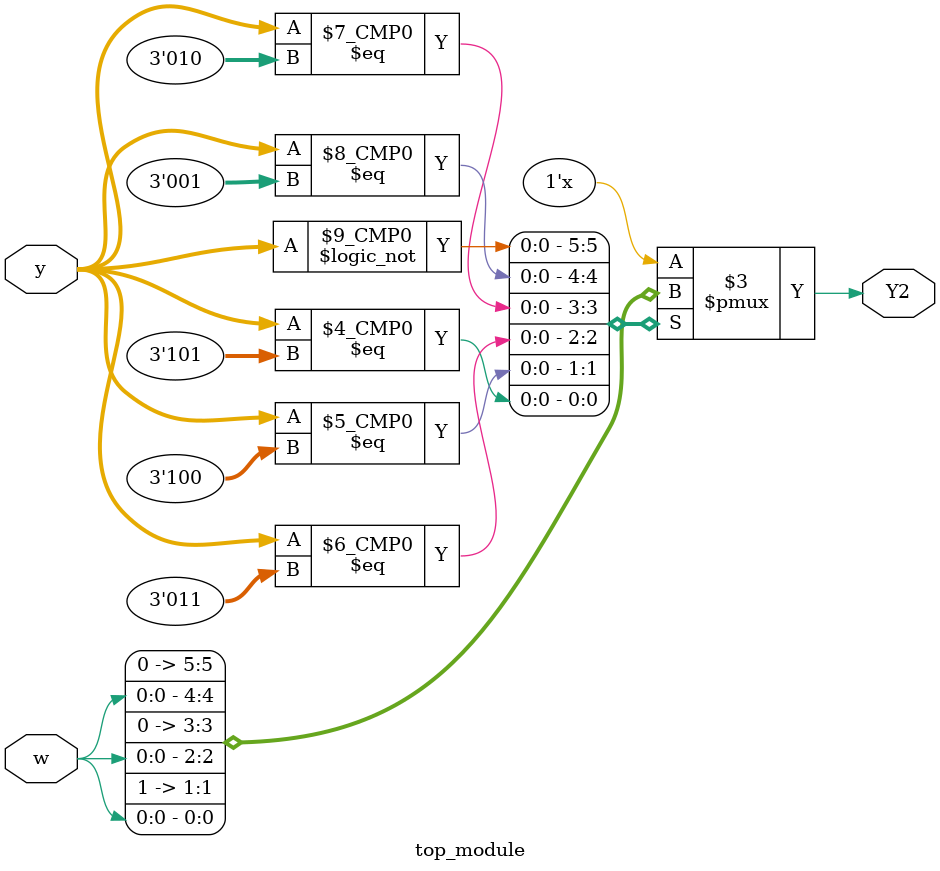
<source format=sv>
module top_module(
    input [3:1] y,
    input w,
    output reg Y2
);

always @(*) begin
    case (y)
        3'b000: Y2 = 1'b0;
        3'b001: Y2 = w;
        3'b010: Y2 = 1'b0;
        3'b011: Y2 = w;
        3'b100: Y2 = 1'b1;
        3'b101: Y2 = w;
    endcase
end

endmodule

</source>
